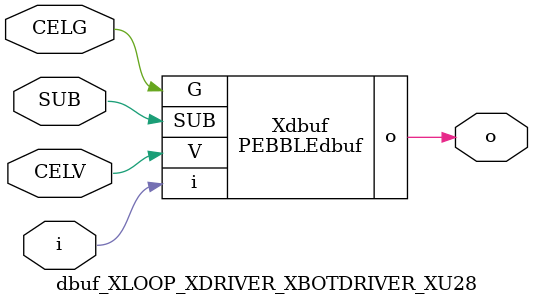
<source format=v>



module PEBBLEdbuf ( o, G, SUB, V, i );

  input V;
  input i;
  input G;
  output o;
  input SUB;
endmodule

//Celera Confidential Do Not Copy dbuf_XLOOP_XDRIVER_XBOTDRIVER_XU28
//Celera Confidential Symbol Generator
//Digital Buffer
module dbuf_XLOOP_XDRIVER_XBOTDRIVER_XU28 (CELV,CELG,i,o,SUB);
input CELV;
input CELG;
input i;
input SUB;
output o;

//Celera Confidential Do Not Copy dbuf
PEBBLEdbuf Xdbuf(
.V (CELV),
.i (i),
.o (o),
.SUB (SUB),
.G (CELG)
);
//,diesize,PEBBLEdbuf

//Celera Confidential Do Not Copy Module End
//Celera Schematic Generator
endmodule

</source>
